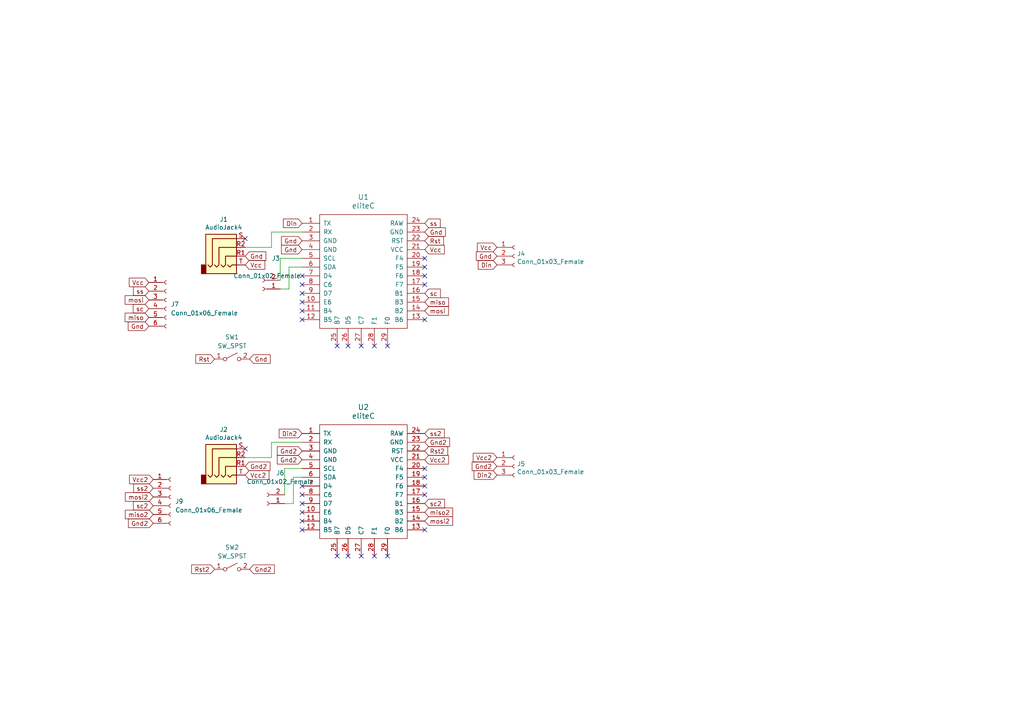
<source format=kicad_sch>
(kicad_sch (version 20210126) (generator eeschema)
  (paper "A4")
  (lib_symbols
    (symbol "Connector:AudioJack4"
      (property "Reference" "J" (at 0 8.89 0))
      (property "Value" "AudioJack4" (at 0 6.35 0))
      (symbol "AudioJack4_0_1"
        (rectangle (start -6.35 -5.08) (end -7.62 -7.62) (stroke (width 0.254)) (fill (type outline)))
        (rectangle (start 2.54 3.81) (end -6.35 -7.62) (stroke (width 0.254)) (fill (type background)))
        (polyline (pts (xy 0 -5.08) (xy 0.635 -5.715) (xy 1.27 -5.08) (xy 2.54 -5.08)) (stroke (width 0.254)))
        (polyline (pts (xy -5.715 -5.08) (xy -5.08 -5.715) (xy -4.445 -5.08) (xy -4.445 2.54) (xy 2.54 2.54)) (stroke (width 0.254)))
        (polyline (pts (xy -1.905 -5.08) (xy -1.27 -5.715) (xy -0.635 -5.08) (xy -0.635 -2.54) (xy 2.54 -2.54)) (stroke (width 0.254)))
        (polyline (pts (xy 2.54 0) (xy -2.54 0) (xy -2.54 -5.08) (xy -3.175 -5.715) (xy -3.81 -5.08)) (stroke (width 0.254)))
      )
      (symbol "AudioJack4_1_1"
        (pin passive line (at 5.08 -2.54 180) (length 2.54) (name "~") (number "R1"))
        (pin passive line (at 5.08 0 180) (length 2.54) (name "~") (number "R2"))
        (pin passive line (at 5.08 2.54 180) (length 2.54) (name "~") (number "S"))
        (pin passive line (at 5.08 -5.08 180) (length 2.54) (name "~") (number "T"))
      )
    )
    (symbol "Connector:Conn_01x02_Female" (pin_names (offset 1.016) hide)
      (property "Reference" "J" (at 0 2.54 0))
      (property "Value" "Conn_01x02_Female" (at 0 -5.08 0))
      (symbol "Conn_01x02_Female_1_1"
        (arc (start 0 -2.032) (end 0 -3.048) (radius (at 0 -2.54) (length 0.508) (angles 90.1 -90.1)) (stroke (width 0.1524)))
        (arc (start 0 0.508) (end 0 -0.508) (radius (at 0 0) (length 0.508) (angles 90.1 -90.1)) (stroke (width 0.1524)))
        (polyline (pts (xy -1.27 -2.54) (xy -0.508 -2.54)) (stroke (width 0.1524)))
        (polyline (pts (xy -1.27 0) (xy -0.508 0)) (stroke (width 0.1524)))
        (pin passive line (at -5.08 0 0) (length 3.81) (name "Pin_1") (number "1"))
        (pin passive line (at -5.08 -2.54 0) (length 3.81) (name "Pin_2") (number "2"))
      )
    )
    (symbol "Connector:Conn_01x03_Female" (pin_names (offset 1.016) hide)
      (property "Reference" "J" (at 0 5.08 0))
      (property "Value" "Conn_01x03_Female" (at 0 -5.08 0))
      (symbol "Conn_01x03_Female_1_1"
        (arc (start 0 -2.032) (end 0 -3.048) (radius (at 0 -2.54) (length 0.508) (angles 90.1 -90.1)) (stroke (width 0.1524)))
        (arc (start 0 0.508) (end 0 -0.508) (radius (at 0 0) (length 0.508) (angles 90.1 -90.1)) (stroke (width 0.1524)))
        (arc (start 0 3.048) (end 0 2.032) (radius (at 0 2.54) (length 0.508) (angles 90.1 -90.1)) (stroke (width 0.1524)))
        (polyline (pts (xy -1.27 -2.54) (xy -0.508 -2.54)) (stroke (width 0.1524)))
        (polyline (pts (xy -1.27 0) (xy -0.508 0)) (stroke (width 0.1524)))
        (polyline (pts (xy -1.27 2.54) (xy -0.508 2.54)) (stroke (width 0.1524)))
        (pin passive line (at -5.08 2.54 0) (length 3.81) (name "Pin_1") (number "1"))
        (pin passive line (at -5.08 0 0) (length 3.81) (name "Pin_2") (number "2"))
        (pin passive line (at -5.08 -2.54 0) (length 3.81) (name "Pin_3") (number "3"))
      )
    )
    (symbol "Connector:Conn_01x06_Female" (pin_names (offset 1.016) hide)
      (property "Reference" "J" (at 0 7.62 0))
      (property "Value" "Conn_01x06_Female" (at 0 -10.16 0))
      (symbol "Conn_01x06_Female_1_1"
        (arc (start 0 -7.112) (end 0 -8.128) (radius (at 0 -7.62) (length 0.508) (angles 90.1 -90.1)) (stroke (width 0.1524)))
        (arc (start 0 -4.572) (end 0 -5.588) (radius (at 0 -5.08) (length 0.508) (angles 90.1 -90.1)) (stroke (width 0.1524)))
        (arc (start 0 -2.032) (end 0 -3.048) (radius (at 0 -2.54) (length 0.508) (angles 90.1 -90.1)) (stroke (width 0.1524)))
        (arc (start 0 0.508) (end 0 -0.508) (radius (at 0 0) (length 0.508) (angles 90.1 -90.1)) (stroke (width 0.1524)))
        (arc (start 0 3.048) (end 0 2.032) (radius (at 0 2.54) (length 0.508) (angles 90.1 -90.1)) (stroke (width 0.1524)))
        (arc (start 0 5.588) (end 0 4.572) (radius (at 0 5.08) (length 0.508) (angles 90.1 -90.1)) (stroke (width 0.1524)))
        (polyline (pts (xy -1.27 -7.62) (xy -0.508 -7.62)) (stroke (width 0.1524)))
        (polyline (pts (xy -1.27 -5.08) (xy -0.508 -5.08)) (stroke (width 0.1524)))
        (polyline (pts (xy -1.27 -2.54) (xy -0.508 -2.54)) (stroke (width 0.1524)))
        (polyline (pts (xy -1.27 0) (xy -0.508 0)) (stroke (width 0.1524)))
        (polyline (pts (xy -1.27 2.54) (xy -0.508 2.54)) (stroke (width 0.1524)))
        (polyline (pts (xy -1.27 5.08) (xy -0.508 5.08)) (stroke (width 0.1524)))
        (pin passive line (at -5.08 5.08 0) (length 3.81) (name "Pin_1") (number "1"))
        (pin passive line (at -5.08 2.54 0) (length 3.81) (name "Pin_2") (number "2"))
        (pin passive line (at -5.08 0 0) (length 3.81) (name "Pin_3") (number "3"))
        (pin passive line (at -5.08 -2.54 0) (length 3.81) (name "Pin_4") (number "4"))
        (pin passive line (at -5.08 -5.08 0) (length 3.81) (name "Pin_5") (number "5"))
        (pin passive line (at -5.08 -7.62 0) (length 3.81) (name "Pin_6") (number "6"))
      )
    )
    (symbol "Switch:SW_SPST" (pin_names (offset 0) hide)
      (property "Reference" "SW" (at 0 3.175 0))
      (property "Value" "SW_SPST" (at 0 -2.54 0))
      (symbol "SW_SPST_0_0"
        (circle (center -2.032 0) (radius 0.508))
        (circle (center 2.032 0) (radius 0.508))
        (polyline (pts (xy -1.524 0.254) (xy 1.524 1.778)))
      )
      (symbol "SW_SPST_1_1"
        (pin passive line (at -5.08 0 0) (length 2.54) (name "A") (number "1"))
        (pin passive line (at 5.08 0 180) (length 2.54) (name "B") (number "2"))
      )
    )
    (symbol "elite-C:eliteC" (pin_names (offset 1.016))
      (property "Reference" "U" (at 0 24.13 0))
      (property "Value" "eliteC" (at 0 -13.97 0))
      (symbol "eliteC_0_1"
        (rectangle (start -12.7 21.59) (end 12.7 -11.43))
      )
      (symbol "eliteC_1_1"
        (pin bidirectional line (at -17.78 19.05 0) (length 5.08) (name "TX") (number "1"))
        (pin bidirectional line (at -17.78 16.51 0) (length 5.08) (name "RX") (number "2"))
        (pin power_in line (at -17.78 13.97 0) (length 5.08) (name "GND") (number "3"))
        (pin power_in line (at -17.78 11.43 0) (length 5.08) (name "GND") (number "4"))
        (pin bidirectional line (at -17.78 8.89 0) (length 5.08) (name "SCL") (number "5"))
        (pin bidirectional line (at -17.78 6.35 0) (length 5.08) (name "SDA") (number "6"))
        (pin bidirectional line (at -17.78 3.81 0) (length 5.08) (name "D4") (number "7"))
        (pin bidirectional line (at -17.78 1.27 0) (length 5.08) (name "C6") (number "8"))
        (pin bidirectional line (at -17.78 -1.27 0) (length 5.08) (name "D7") (number "9"))
        (pin bidirectional line (at -17.78 -3.81 0) (length 5.08) (name "E6") (number "10"))
        (pin bidirectional line (at 17.78 8.89 180) (length 5.08) (name "F4") (number "20"))
        (pin bidirectional line (at -17.78 -6.35 0) (length 5.08) (name "B4") (number "11"))
        (pin power_in line (at 17.78 11.43 180) (length 5.08) (name "VCC") (number "21"))
        (pin bidirectional line (at -17.78 -8.89 0) (length 5.08) (name "B5") (number "12"))
        (pin input line (at 17.78 13.97 180) (length 5.08) (name "RST") (number "22"))
        (pin bidirectional line (at 17.78 -8.89 180) (length 5.08) (name "B6") (number "13"))
        (pin power_in line (at 17.78 16.51 180) (length 5.08) (name "GND") (number "23"))
        (pin bidirectional line (at 17.78 -6.35 180) (length 5.08) (name "B2") (number "14"))
        (pin power_out line (at 17.78 19.05 180) (length 5.08) (name "RAW") (number "24"))
        (pin bidirectional line (at 17.78 -3.81 180) (length 5.08) (name "B3") (number "15"))
        (pin bidirectional line (at 17.78 -1.27 180) (length 5.08) (name "B1") (number "16"))
        (pin bidirectional line (at 17.78 1.27 180) (length 5.08) (name "F7") (number "17"))
        (pin bidirectional line (at 17.78 3.81 180) (length 5.08) (name "F6") (number "18"))
        (pin bidirectional line (at 17.78 6.35 180) (length 5.08) (name "F5") (number "19"))
        (pin bidirectional line (at -7.62 -16.51 90) (length 5.08) (name "B7") (number "25"))
        (pin bidirectional line (at -4.445 -16.51 90) (length 5.08) (name "D5") (number "26"))
        (pin bidirectional line (at -0.635 -16.51 90) (length 5.08) (name "C7") (number "27"))
        (pin bidirectional line (at 3.175 -16.51 90) (length 5.08) (name "F1") (number "28"))
        (pin bidirectional line (at 6.985 -16.51 90) (length 5.08) (name "F0") (number "29"))
      )
    )
  )
  (no_connect (at 71.12 69.215))
  (no_connect (at 71.12 130.175))
  (no_connect (at 87.63 80.01))
  (no_connect (at 87.63 82.55))
  (no_connect (at 87.63 85.09))
  (no_connect (at 87.63 87.63))
  (no_connect (at 87.63 90.17))
  (no_connect (at 87.63 92.71))
  (no_connect (at 87.63 140.97))
  (no_connect (at 87.63 143.51))
  (no_connect (at 87.63 146.05))
  (no_connect (at 87.63 148.59))
  (no_connect (at 87.63 151.13))
  (no_connect (at 87.63 153.67))
  (no_connect (at 97.79 100.33))
  (no_connect (at 97.79 161.29))
  (no_connect (at 100.965 100.33))
  (no_connect (at 100.965 161.29))
  (no_connect (at 104.775 100.33))
  (no_connect (at 104.775 161.29))
  (no_connect (at 108.585 100.33))
  (no_connect (at 108.585 161.29))
  (no_connect (at 112.395 100.33))
  (no_connect (at 112.395 161.29))
  (no_connect (at 123.19 74.93))
  (no_connect (at 123.19 77.47))
  (no_connect (at 123.19 80.01))
  (no_connect (at 123.19 82.55))
  (no_connect (at 123.19 92.71))
  (no_connect (at 123.19 135.89))
  (no_connect (at 123.19 138.43))
  (no_connect (at 123.19 140.97))
  (no_connect (at 123.19 143.51))
  (no_connect (at 123.19 153.67))
  (wire (pts (xy 78.74 67.31) (xy 87.63 67.31)))
  (wire (pts (xy 78.74 71.755) (xy 71.12 71.755)))
  (wire (pts (xy 78.74 71.755) (xy 78.74 67.31)))
  (wire (pts (xy 78.74 128.27) (xy 78.74 132.715)))
  (wire (pts (xy 78.74 132.715) (xy 71.12 132.715)))
  (wire (pts (xy 81.28 74.93) (xy 81.28 81.28)))
  (wire (pts (xy 81.28 83.82) (xy 83.82 83.82)))
  (wire (pts (xy 82.55 135.89) (xy 82.55 143.51)))
  (wire (pts (xy 82.55 146.05) (xy 85.09 146.05)))
  (wire (pts (xy 83.82 77.47) (xy 87.63 77.47)))
  (wire (pts (xy 83.82 83.82) (xy 83.82 77.47)))
  (wire (pts (xy 85.09 138.43) (xy 87.63 138.43)))
  (wire (pts (xy 85.09 146.05) (xy 85.09 138.43)))
  (wire (pts (xy 87.63 74.93) (xy 81.28 74.93)))
  (wire (pts (xy 87.63 128.27) (xy 78.74 128.27)))
  (wire (pts (xy 87.63 135.89) (xy 82.55 135.89)))
  (global_label "Vcc" (shape input) (at 43.18 81.915 180) (property "Intersheet References" "${INTERSHEET_REFS}" (effects hide)))
  (global_label "ss" (shape input) (at 43.18 84.455 180) (property "Intersheet References" "${INTERSHEET_REFS}" (effects hide)))
  (global_label "mosi" (shape input) (at 43.18 86.995 180) (property "Intersheet References" "${INTERSHEET_REFS}" (effects hide)))
  (global_label "sc" (shape input) (at 43.18 89.535 180) (property "Intersheet References" "${INTERSHEET_REFS}" (effects hide)))
  (global_label "miso" (shape input) (at 43.18 92.075 180) (property "Intersheet References" "${INTERSHEET_REFS}" (effects hide)))
  (global_label "Gnd" (shape input) (at 43.18 94.615 180) (property "Intersheet References" "${INTERSHEET_REFS}" (effects hide)))
  (global_label "Vcc2" (shape input) (at 44.45 139.065 180) (property "Intersheet References" "${INTERSHEET_REFS}" (effects hide)))
  (global_label "ss2" (shape input) (at 44.45 141.605 180) (property "Intersheet References" "${INTERSHEET_REFS}" (effects hide)))
  (global_label "mosi2" (shape input) (at 44.45 144.145 180) (property "Intersheet References" "${INTERSHEET_REFS}" (effects hide)))
  (global_label "sc2" (shape input) (at 44.45 146.685 180) (property "Intersheet References" "${INTERSHEET_REFS}" (effects hide)))
  (global_label "miso2" (shape input) (at 44.45 149.225 180) (property "Intersheet References" "${INTERSHEET_REFS}" (effects hide)))
  (global_label "Gnd2" (shape input) (at 44.45 151.765 180) (property "Intersheet References" "${INTERSHEET_REFS}" (effects hide)))
  (global_label "Rst" (shape input) (at 62.23 104.14 180) (property "Intersheet References" "${INTERSHEET_REFS}" (effects hide)))
  (global_label "Rst2" (shape input) (at 62.23 165.1 180) (property "Intersheet References" "${INTERSHEET_REFS}" (effects hide)))
  (global_label "Gnd" (shape input) (at 71.12 74.295 0) (property "Intersheet References" "${INTERSHEET_REFS}" (effects hide)))
  (global_label "Vcc" (shape input) (at 71.12 76.835 0) (property "Intersheet References" "${INTERSHEET_REFS}" (effects hide)))
  (global_label "Gnd2" (shape input) (at 71.12 135.255 0) (property "Intersheet References" "${INTERSHEET_REFS}" (effects hide)))
  (global_label "Vcc2" (shape input) (at 71.12 137.795 0) (property "Intersheet References" "${INTERSHEET_REFS}" (effects hide)))
  (global_label "Gnd" (shape input) (at 72.39 104.14 0) (property "Intersheet References" "${INTERSHEET_REFS}" (effects hide)))
  (global_label "Gnd2" (shape input) (at 72.39 165.1 0) (property "Intersheet References" "${INTERSHEET_REFS}" (effects hide)))
  (global_label "Din" (shape input) (at 87.63 64.77 180) (property "Intersheet References" "${INTERSHEET_REFS}" (effects hide)))
  (global_label "Gnd" (shape input) (at 87.63 69.85 180) (property "Intersheet References" "${INTERSHEET_REFS}" (effects hide)))
  (global_label "Gnd" (shape input) (at 87.63 72.39 180) (property "Intersheet References" "${INTERSHEET_REFS}" (effects hide)))
  (global_label "Din2" (shape input) (at 87.63 125.73 180) (property "Intersheet References" "${INTERSHEET_REFS}" (effects hide)))
  (global_label "Gnd2" (shape input) (at 87.63 130.81 180) (property "Intersheet References" "${INTERSHEET_REFS}" (effects hide)))
  (global_label "Gnd2" (shape input) (at 87.63 133.35 180) (property "Intersheet References" "${INTERSHEET_REFS}" (effects hide)))
  (global_label "ss" (shape input) (at 123.19 64.77 0) (property "Intersheet References" "${INTERSHEET_REFS}" (effects hide)))
  (global_label "Gnd" (shape input) (at 123.19 67.31 0) (property "Intersheet References" "${INTERSHEET_REFS}" (effects hide)))
  (global_label "Rst" (shape input) (at 123.19 69.85 0) (property "Intersheet References" "${INTERSHEET_REFS}" (effects hide)))
  (global_label "Vcc" (shape input) (at 123.19 72.39 0) (property "Intersheet References" "${INTERSHEET_REFS}" (effects hide)))
  (global_label "sc" (shape input) (at 123.19 85.09 0) (property "Intersheet References" "${INTERSHEET_REFS}" (effects hide)))
  (global_label "miso" (shape input) (at 123.19 87.63 0) (property "Intersheet References" "${INTERSHEET_REFS}" (effects hide)))
  (global_label "mosi" (shape input) (at 123.19 90.17 0) (property "Intersheet References" "${INTERSHEET_REFS}" (effects hide)))
  (global_label "ss2" (shape input) (at 123.19 125.73 0) (property "Intersheet References" "${INTERSHEET_REFS}" (effects hide)))
  (global_label "Gnd2" (shape input) (at 123.19 128.27 0) (property "Intersheet References" "${INTERSHEET_REFS}" (effects hide)))
  (global_label "Rst2" (shape input) (at 123.19 130.81 0) (property "Intersheet References" "${INTERSHEET_REFS}" (effects hide)))
  (global_label "Vcc2" (shape input) (at 123.19 133.35 0) (property "Intersheet References" "${INTERSHEET_REFS}" (effects hide)))
  (global_label "sc2" (shape input) (at 123.19 146.05 0) (property "Intersheet References" "${INTERSHEET_REFS}" (effects hide)))
  (global_label "miso2" (shape input) (at 123.19 148.59 0) (property "Intersheet References" "${INTERSHEET_REFS}" (effects hide)))
  (global_label "mosi2" (shape input) (at 123.19 151.13 0) (property "Intersheet References" "${INTERSHEET_REFS}" (effects hide)))
  (global_label "Vcc" (shape input) (at 144.145 71.755 180) (property "Intersheet References" "${INTERSHEET_REFS}" (effects hide)))
  (global_label "Gnd" (shape input) (at 144.145 74.295 180) (property "Intersheet References" "${INTERSHEET_REFS}" (effects hide)))
  (global_label "Din" (shape input) (at 144.145 76.835 180) (property "Intersheet References" "${INTERSHEET_REFS}" (effects hide)))
  (global_label "Vcc2" (shape input) (at 144.145 132.715 180) (property "Intersheet References" "${INTERSHEET_REFS}" (effects hide)))
  (global_label "Gnd2" (shape input) (at 144.145 135.255 180) (property "Intersheet References" "${INTERSHEET_REFS}" (effects hide)))
  (global_label "Din2" (shape input) (at 144.145 137.795 180) (property "Intersheet References" "${INTERSHEET_REFS}" (effects hide)))
  (symbol (lib_id "Connector:Conn_01x02_Female") (at 76.2 83.82 180) (unit 1)
    (property "Reference" "J3" (at 80.01 74.93 0))
    (property "Value" "Conn_01x02_Female" (at 77.47 80.01 0))
    (property "Footprint" "Connector_PinSocket_2.54mm:PinSocket_2x01_P2.54mm_Vertical" (effects hide))
  )
  (symbol (lib_id "Connector:Conn_01x02_Female") (at 77.47 146.05 180) (unit 1)
    (property "Reference" "J6" (at 81.28 137.16 0))
    (property "Value" "Conn_01x02_Female" (at 81.28 139.7 0))
    (property "Footprint" "Connector_PinSocket_2.54mm:PinSocket_2x01_P2.54mm_Vertical" (effects hide))
  )
  (symbol (lib_id "Switch:SW_SPST") (at 67.31 104.14 0) (unit 1)
    (property "Reference" "SW1" (at 67.31 97.79 0))
    (property "Value" "SW_SPST" (at 67.31 100.33 0))
    (property "Footprint" "customs:switch_rst" (effects hide))
  )
  (symbol (lib_id "Switch:SW_SPST") (at 67.31 165.1 0) (unit 1)
    (property "Reference" "SW2" (at 67.31 158.75 0))
    (property "Value" "SW_SPST" (at 67.31 161.29 0))
    (property "Footprint" "customs:switch_rst" (effects hide))
  )
  (symbol (lib_id "Connector:Conn_01x03_Female") (at 149.225 74.295 0) (unit 1)
    (property "Reference" "J4" (at 149.9363 73.6028 0) (effects (justify left)))
    (property "Value" "Conn_01x03_Female" (at 149.9363 75.9015 0) (effects (justify left)))
    (property "Footprint" "Connector_PinSocket_2.54mm:PinSocket_1x03_P2.54mm_Vertical" (effects hide))
  )
  (symbol (lib_id "Connector:Conn_01x03_Female") (at 149.225 135.255 0) (unit 1)
    (property "Reference" "J5" (at 149.9363 134.5628 0) (effects (justify left)))
    (property "Value" "Conn_01x03_Female" (at 149.9363 136.8615 0) (effects (justify left)))
    (property "Footprint" "Connector_PinSocket_2.54mm:PinSocket_1x03_P2.54mm_Vertical" (effects hide))
  )
  (symbol (lib_id "Connector:Conn_01x06_Female") (at 48.26 86.995 0) (unit 1)
    (property "Reference" "J7" (at 49.53 88.265 0) (effects (justify left)))
    (property "Value" "Conn_01x06_Female" (at 49.53 90.805 0) (effects (justify left)))
    (property "Footprint" "Connector_PinHeader_2.54mm:PinHeader_1x06_P2.54mm_Vertical" (effects hide))
  )
  (symbol (lib_id "Connector:Conn_01x06_Female") (at 49.53 144.145 0) (unit 1)
    (property "Reference" "J9" (at 50.8 145.415 0) (effects (justify left)))
    (property "Value" "Conn_01x06_Female" (at 50.8 147.955 0) (effects (justify left)))
    (property "Footprint" "Connector_PinHeader_2.54mm:PinHeader_1x06_P2.54mm_Vertical" (effects hide))
  )
  (symbol (lib_id "Connector:AudioJack4") (at 66.04 71.755 0) (unit 1)
    (property "Reference" "J1" (at 64.897 63.6332 0))
    (property "Value" "AudioJack4" (at 64.897 65.9319 0))
    (property "Footprint" "Library:Jack_3.5mm_PJ320E_Horizontal" (effects hide))
  )
  (symbol (lib_id "Connector:AudioJack4") (at 66.04 132.715 0) (unit 1)
    (property "Reference" "J2" (at 64.897 124.5932 0))
    (property "Value" "AudioJack4" (at 64.897 126.8919 0))
    (property "Footprint" "Library:Jack_3.5mm_PJ320E_Horizontal" (effects hide))
  )
  (symbol (lib_id "elite-C:eliteC") (at 105.41 83.82 0) (unit 1)
    (property "Reference" "U1" (at 105.41 57.15 0) (effects (font (size 1.524 1.524))))
    (property "Value" "eliteC" (at 105.41 59.69 0) (effects (font (size 1.524 1.524))))
    (property "Footprint" "Library:Elite-C-castellated-29pin-holes" (effects hide))
  )
  (symbol (lib_id "elite-C:eliteC") (at 105.41 144.78 0) (unit 1)
    (property "Reference" "U2" (at 105.41 118.11 0) (effects (font (size 1.524 1.524))))
    (property "Value" "eliteC" (at 105.41 120.65 0) (effects (font (size 1.524 1.524))))
    (property "Footprint" "Library:Elite-C-castellated-29pin-holes" (effects hide))
  )
)
</source>
